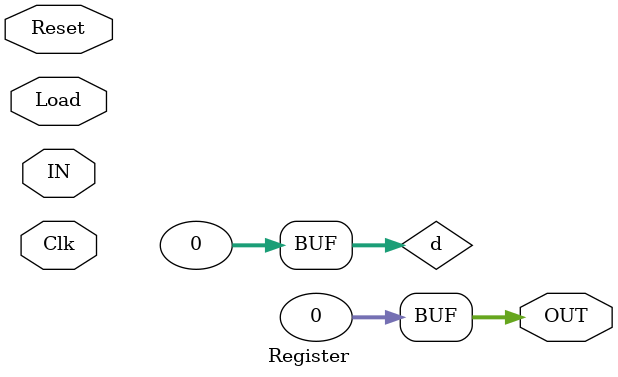
<source format=v>
module Register(input [31:0] IN,input Clk, Reset,Load,output [31:0] OUT);
reg [31:0] d;
assign OUT = d;
always@(negedge Clk)
begin
	if(Load)
		d=IN;
end

always@(Reset)
	d=0;

endmodule
</source>
